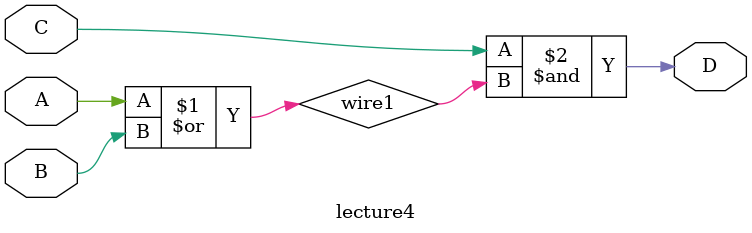
<source format=v>
`timescale 1ns / 1ps

// begin module
module lecture4
    (A,
     B,
     C,
     D);

// Define port functionality and external wires    
input wire [0:0]A;
input wire [0:0]B;
input wire [0:0]C;
output wire [0:0]D;

// Define internal wires
wire wire1;

// Logic gates
or(wire1,A,B);
and(D,C,wire1);

endmodule //end module

</source>
